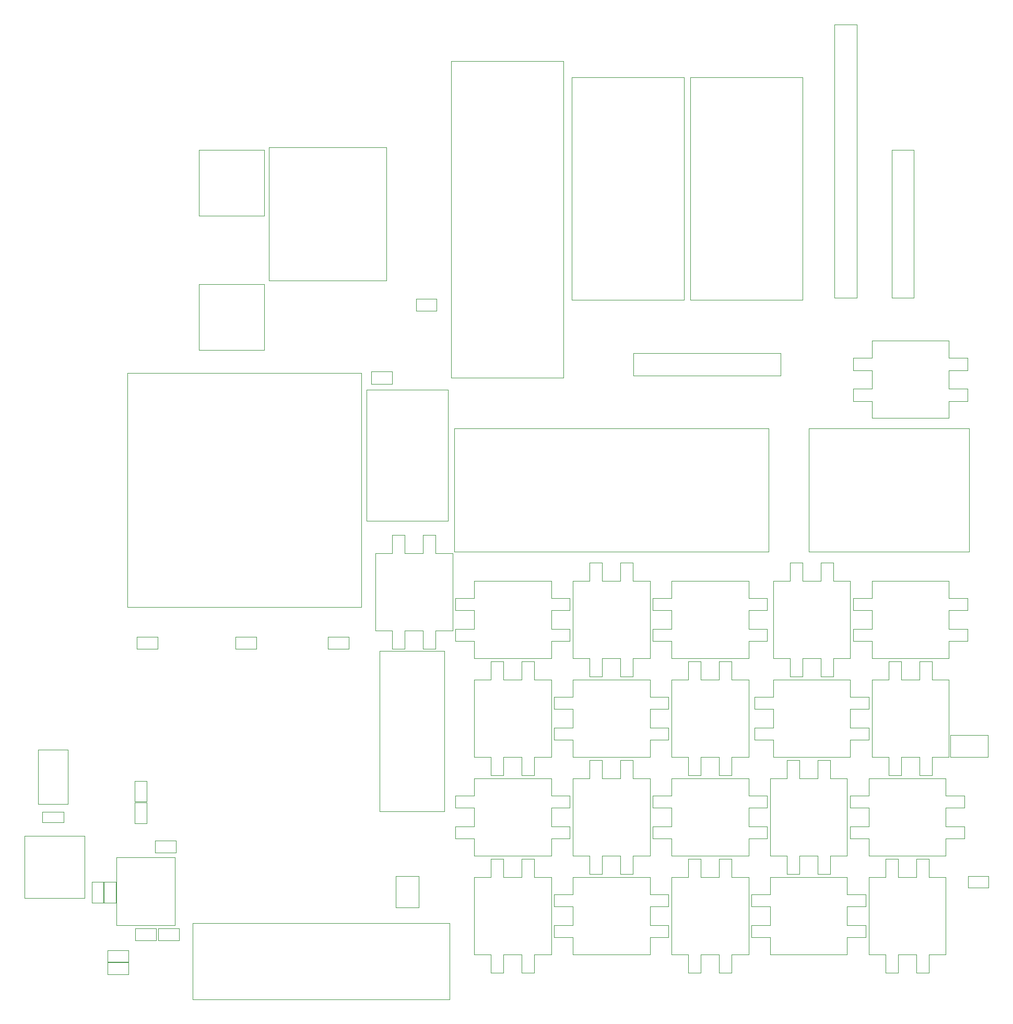
<source format=gbr>
G04 #@! TF.GenerationSoftware,KiCad,Pcbnew,5.1.7-a382d34a8~88~ubuntu20.04.1*
G04 #@! TF.CreationDate,2021-04-25T17:04:25-07:00*
G04 #@! TF.ProjectId,tec-1,7465632d-312e-46b6-9963-61645f706362,Apr2021*
G04 #@! TF.SameCoordinates,Original*
G04 #@! TF.FileFunction,Other,User*
%FSLAX46Y46*%
G04 Gerber Fmt 4.6, Leading zero omitted, Abs format (unit mm)*
G04 Created by KiCad (PCBNEW 5.1.7-a382d34a8~88~ubuntu20.04.1) date 2021-04-25 17:04:25*
%MOMM*%
%LPD*%
G01*
G04 APERTURE LIST*
%ADD10C,0.050000*%
%ADD11C,0.120000*%
G04 APERTURE END LIST*
D10*
G04 #@! TO.C,J7*
X117040000Y-82425000D02*
X140940000Y-82425000D01*
X140940000Y-82425000D02*
X140940000Y-78825000D01*
X140940000Y-78825000D02*
X117040000Y-78825000D01*
X117040000Y-78825000D02*
X117040000Y-82425000D01*
G04 #@! TO.C,RV1*
X82250000Y-163550000D02*
X82250000Y-168650000D01*
X82250000Y-168650000D02*
X78550000Y-168650000D01*
X78550000Y-168650000D02*
X78550000Y-163550000D01*
X78550000Y-163550000D02*
X82250000Y-163550000D01*
G04 #@! TO.C,R48*
X38150000Y-148120000D02*
X38150000Y-151480000D01*
X36250000Y-148120000D02*
X38150000Y-148120000D01*
X36250000Y-151480000D02*
X36250000Y-148120000D01*
X38150000Y-151480000D02*
X36250000Y-151480000D01*
G04 #@! TO.C,D3*
X36250000Y-154980000D02*
X36250000Y-151620000D01*
X38150000Y-154980000D02*
X36250000Y-154980000D01*
X38150000Y-151620000D02*
X38150000Y-154980000D01*
X36250000Y-151620000D02*
X38150000Y-151620000D01*
G04 #@! TO.C,J6*
X174600000Y-140700000D02*
X168450000Y-140700000D01*
X168450000Y-140700000D02*
X168450000Y-144300000D01*
X168450000Y-144300000D02*
X174600000Y-144300000D01*
X174600000Y-144300000D02*
X174600000Y-140700000D01*
G04 #@! TO.C,C22*
X31220000Y-167900000D02*
X31220000Y-164500000D01*
X33180000Y-167900000D02*
X31220000Y-167900000D01*
X33180000Y-164500000D02*
X33180000Y-167900000D01*
X31220000Y-164500000D02*
X33180000Y-164500000D01*
G04 #@! TO.C,X1*
X87040000Y-105980000D02*
X87040000Y-84780000D01*
X73840000Y-105980000D02*
X87040000Y-105980000D01*
X73840000Y-84780000D02*
X73840000Y-105980000D01*
X87040000Y-84780000D02*
X73840000Y-84780000D01*
G04 #@! TO.C,SW24*
X46650000Y-78300000D02*
X57200000Y-78300000D01*
X46650000Y-67600000D02*
X46650000Y-78300000D01*
X57200000Y-67600000D02*
X46650000Y-67600000D01*
X57200000Y-78300000D02*
X57200000Y-67600000D01*
G04 #@! TO.C,C20*
X78000000Y-83780000D02*
X74600000Y-83780000D01*
X78000000Y-81820000D02*
X78000000Y-83780000D01*
X74600000Y-81820000D02*
X78000000Y-81820000D01*
X74600000Y-83780000D02*
X74600000Y-81820000D01*
D11*
G04 #@! TO.C,SW23*
X168250000Y-89325000D02*
X168250000Y-86575000D01*
X155750000Y-89325000D02*
X168250000Y-89325000D01*
X171250000Y-86575000D02*
X168250000Y-86575000D01*
X171250000Y-84575000D02*
X171250000Y-86575000D01*
X168250000Y-84575000D02*
X171250000Y-84575000D01*
X168250000Y-81575000D02*
X168250000Y-84575000D01*
X171250000Y-81575000D02*
X168250000Y-81575000D01*
X171250000Y-79575000D02*
X171250000Y-81575000D01*
X168250000Y-79575000D02*
X171250000Y-79575000D01*
X168250000Y-76825000D02*
X168250000Y-79575000D01*
X155750000Y-76825000D02*
X168250000Y-76825000D01*
X155750000Y-79575000D02*
X155750000Y-76825000D01*
X152750000Y-79575000D02*
X155750000Y-79575000D01*
X152750000Y-81575000D02*
X152750000Y-79575000D01*
X155750000Y-81575000D02*
X152750000Y-81575000D01*
X155750000Y-84575000D02*
X155750000Y-81575000D01*
X152750000Y-84575000D02*
X155750000Y-84575000D01*
X152750000Y-86575000D02*
X152750000Y-84575000D01*
X153000000Y-86575000D02*
X152750000Y-86575000D01*
X155750000Y-86575000D02*
X153000000Y-86575000D01*
X155750000Y-89325000D02*
X155750000Y-86575000D01*
D10*
G04 #@! TO.C,U4*
X77050000Y-45430000D02*
X77050000Y-67070000D01*
X57950000Y-45430000D02*
X57950000Y-67070000D01*
X77050000Y-45430000D02*
X57950000Y-45430000D01*
X57950000Y-67070000D02*
X77050000Y-67070000D01*
G04 #@! TO.C,C8*
X25400000Y-151900000D02*
X20600000Y-151900000D01*
X20600000Y-151900000D02*
X20600000Y-143100000D01*
X20600000Y-143100000D02*
X25400000Y-143100000D01*
X25400000Y-143100000D02*
X25400000Y-151900000D01*
G04 #@! TO.C,U8*
X86450000Y-153050000D02*
X86450000Y-127100000D01*
X86450000Y-127100000D02*
X75900000Y-127100000D01*
X75900000Y-127100000D02*
X75900000Y-153050000D01*
X75900000Y-153050000D02*
X86450000Y-153050000D01*
G04 #@! TO.C,J5*
X158950000Y-69800000D02*
X162550000Y-69800000D01*
X158950000Y-45900000D02*
X158950000Y-69800000D01*
X162550000Y-45900000D02*
X158950000Y-45900000D01*
X162550000Y-69800000D02*
X162550000Y-45900000D01*
G04 #@! TO.C,J4*
X149700000Y-69800000D02*
X153300000Y-69800000D01*
X149700000Y-25550000D02*
X149700000Y-69800000D01*
X153300000Y-25550000D02*
X149700000Y-25550000D01*
X153300000Y-69800000D02*
X153300000Y-25550000D01*
D11*
G04 #@! TO.C,U12*
X145500000Y-111000000D02*
X145500000Y-91000000D01*
X171500000Y-111000000D02*
X145500000Y-111000000D01*
X171500000Y-91000000D02*
X171500000Y-111000000D01*
X145500000Y-91000000D02*
X171500000Y-91000000D01*
G04 #@! TO.C,U13*
X88000000Y-111000000D02*
X88000000Y-91000000D01*
X139000000Y-111000000D02*
X88000000Y-111000000D01*
X139000000Y-91000000D02*
X139000000Y-111000000D01*
X88000000Y-91000000D02*
X139000000Y-91000000D01*
D10*
G04 #@! TO.C,U7*
X42750000Y-171500000D02*
X42750000Y-160500000D01*
X33250000Y-171500000D02*
X33250000Y-160500000D01*
X42750000Y-171500000D02*
X33250000Y-171500000D01*
X42750000Y-160500000D02*
X33250000Y-160500000D01*
G04 #@! TO.C,U6*
X126300000Y-34120000D02*
X126300000Y-70220000D01*
X126300000Y-70220000D02*
X144500000Y-70220000D01*
X144500000Y-70220000D02*
X144500000Y-34120000D01*
X144500000Y-34120000D02*
X126300000Y-34120000D01*
G04 #@! TO.C,U5*
X107050000Y-34120000D02*
X107050000Y-70220000D01*
X107050000Y-70220000D02*
X125250000Y-70220000D01*
X125250000Y-70220000D02*
X125250000Y-34120000D01*
X125250000Y-34120000D02*
X107050000Y-34120000D01*
G04 #@! TO.C,U3*
X87500000Y-31450000D02*
X87500000Y-82800000D01*
X87500000Y-82800000D02*
X105700000Y-82800000D01*
X105700000Y-82800000D02*
X105700000Y-31450000D01*
X105700000Y-31450000D02*
X87500000Y-31450000D01*
D11*
G04 #@! TO.C,SW22*
X167750000Y-163750000D02*
X165000000Y-163750000D01*
X167750000Y-176250000D02*
X167750000Y-163750000D01*
X165000000Y-160750000D02*
X165000000Y-163750000D01*
X163000000Y-160750000D02*
X165000000Y-160750000D01*
X163000000Y-163750000D02*
X163000000Y-160750000D01*
X160000000Y-163750000D02*
X163000000Y-163750000D01*
X160000000Y-160750000D02*
X160000000Y-163750000D01*
X158000000Y-160750000D02*
X160000000Y-160750000D01*
X158000000Y-163750000D02*
X158000000Y-160750000D01*
X155250000Y-163750000D02*
X158000000Y-163750000D01*
X155250000Y-176250000D02*
X155250000Y-163750000D01*
X158000000Y-176250000D02*
X155250000Y-176250000D01*
X158000000Y-179250000D02*
X158000000Y-176250000D01*
X160000000Y-179250000D02*
X158000000Y-179250000D01*
X160000000Y-176250000D02*
X160000000Y-179250000D01*
X163000000Y-176250000D02*
X160000000Y-176250000D01*
X163000000Y-179250000D02*
X163000000Y-176250000D01*
X165000000Y-179250000D02*
X163000000Y-179250000D01*
X165000000Y-179000000D02*
X165000000Y-179250000D01*
X165000000Y-176250000D02*
X165000000Y-179000000D01*
X167750000Y-176250000D02*
X165000000Y-176250000D01*
G04 #@! TO.C,SW21*
X155250000Y-147750000D02*
X155250000Y-150500000D01*
X167750000Y-147750000D02*
X155250000Y-147750000D01*
X152250000Y-150500000D02*
X155250000Y-150500000D01*
X152250000Y-152500000D02*
X152250000Y-150500000D01*
X155250000Y-152500000D02*
X152250000Y-152500000D01*
X155250000Y-155500000D02*
X155250000Y-152500000D01*
X152250000Y-155500000D02*
X155250000Y-155500000D01*
X152250000Y-157500000D02*
X152250000Y-155500000D01*
X155250000Y-157500000D02*
X152250000Y-157500000D01*
X155250000Y-160250000D02*
X155250000Y-157500000D01*
X167750000Y-160250000D02*
X155250000Y-160250000D01*
X167750000Y-157500000D02*
X167750000Y-160250000D01*
X170750000Y-157500000D02*
X167750000Y-157500000D01*
X170750000Y-155500000D02*
X170750000Y-157500000D01*
X167750000Y-155500000D02*
X170750000Y-155500000D01*
X167750000Y-152500000D02*
X167750000Y-155500000D01*
X170750000Y-152500000D02*
X167750000Y-152500000D01*
X170750000Y-150500000D02*
X170750000Y-152500000D01*
X170500000Y-150500000D02*
X170750000Y-150500000D01*
X167750000Y-150500000D02*
X170500000Y-150500000D01*
X167750000Y-147750000D02*
X167750000Y-150500000D01*
G04 #@! TO.C,SW20*
X168250000Y-131750000D02*
X165500000Y-131750000D01*
X168250000Y-144250000D02*
X168250000Y-131750000D01*
X165500000Y-128750000D02*
X165500000Y-131750000D01*
X163500000Y-128750000D02*
X165500000Y-128750000D01*
X163500000Y-131750000D02*
X163500000Y-128750000D01*
X160500000Y-131750000D02*
X163500000Y-131750000D01*
X160500000Y-128750000D02*
X160500000Y-131750000D01*
X158500000Y-128750000D02*
X160500000Y-128750000D01*
X158500000Y-131750000D02*
X158500000Y-128750000D01*
X155750000Y-131750000D02*
X158500000Y-131750000D01*
X155750000Y-144250000D02*
X155750000Y-131750000D01*
X158500000Y-144250000D02*
X155750000Y-144250000D01*
X158500000Y-147250000D02*
X158500000Y-144250000D01*
X160500000Y-147250000D02*
X158500000Y-147250000D01*
X160500000Y-144250000D02*
X160500000Y-147250000D01*
X163500000Y-144250000D02*
X160500000Y-144250000D01*
X163500000Y-147250000D02*
X163500000Y-144250000D01*
X165500000Y-147250000D02*
X163500000Y-147250000D01*
X165500000Y-147000000D02*
X165500000Y-147250000D01*
X165500000Y-144250000D02*
X165500000Y-147000000D01*
X168250000Y-144250000D02*
X165500000Y-144250000D01*
G04 #@! TO.C,SW19*
X155750000Y-115750000D02*
X155750000Y-118500000D01*
X168250000Y-115750000D02*
X155750000Y-115750000D01*
X152750000Y-118500000D02*
X155750000Y-118500000D01*
X152750000Y-120500000D02*
X152750000Y-118500000D01*
X155750000Y-120500000D02*
X152750000Y-120500000D01*
X155750000Y-123500000D02*
X155750000Y-120500000D01*
X152750000Y-123500000D02*
X155750000Y-123500000D01*
X152750000Y-125500000D02*
X152750000Y-123500000D01*
X155750000Y-125500000D02*
X152750000Y-125500000D01*
X155750000Y-128250000D02*
X155750000Y-125500000D01*
X168250000Y-128250000D02*
X155750000Y-128250000D01*
X168250000Y-125500000D02*
X168250000Y-128250000D01*
X171250000Y-125500000D02*
X168250000Y-125500000D01*
X171250000Y-123500000D02*
X171250000Y-125500000D01*
X168250000Y-123500000D02*
X171250000Y-123500000D01*
X168250000Y-120500000D02*
X168250000Y-123500000D01*
X171250000Y-120500000D02*
X168250000Y-120500000D01*
X171250000Y-118500000D02*
X171250000Y-120500000D01*
X171000000Y-118500000D02*
X171250000Y-118500000D01*
X168250000Y-118500000D02*
X171000000Y-118500000D01*
X168250000Y-115750000D02*
X168250000Y-118500000D01*
G04 #@! TO.C,SW18*
X139250000Y-163750000D02*
X139250000Y-166500000D01*
X151750000Y-163750000D02*
X139250000Y-163750000D01*
X136250000Y-166500000D02*
X139250000Y-166500000D01*
X136250000Y-168500000D02*
X136250000Y-166500000D01*
X139250000Y-168500000D02*
X136250000Y-168500000D01*
X139250000Y-171500000D02*
X139250000Y-168500000D01*
X136250000Y-171500000D02*
X139250000Y-171500000D01*
X136250000Y-173500000D02*
X136250000Y-171500000D01*
X139250000Y-173500000D02*
X136250000Y-173500000D01*
X139250000Y-176250000D02*
X139250000Y-173500000D01*
X151750000Y-176250000D02*
X139250000Y-176250000D01*
X151750000Y-173500000D02*
X151750000Y-176250000D01*
X154750000Y-173500000D02*
X151750000Y-173500000D01*
X154750000Y-171500000D02*
X154750000Y-173500000D01*
X151750000Y-171500000D02*
X154750000Y-171500000D01*
X151750000Y-168500000D02*
X151750000Y-171500000D01*
X154750000Y-168500000D02*
X151750000Y-168500000D01*
X154750000Y-166500000D02*
X154750000Y-168500000D01*
X154500000Y-166500000D02*
X154750000Y-166500000D01*
X151750000Y-166500000D02*
X154500000Y-166500000D01*
X151750000Y-163750000D02*
X151750000Y-166500000D01*
G04 #@! TO.C,SW17*
X139250000Y-160250000D02*
X142000000Y-160250000D01*
X139250000Y-147750000D02*
X139250000Y-160250000D01*
X142000000Y-163250000D02*
X142000000Y-160250000D01*
X144000000Y-163250000D02*
X142000000Y-163250000D01*
X144000000Y-160250000D02*
X144000000Y-163250000D01*
X147000000Y-160250000D02*
X144000000Y-160250000D01*
X147000000Y-163250000D02*
X147000000Y-160250000D01*
X149000000Y-163250000D02*
X147000000Y-163250000D01*
X149000000Y-160250000D02*
X149000000Y-163250000D01*
X151750000Y-160250000D02*
X149000000Y-160250000D01*
X151750000Y-147750000D02*
X151750000Y-160250000D01*
X149000000Y-147750000D02*
X151750000Y-147750000D01*
X149000000Y-144750000D02*
X149000000Y-147750000D01*
X147000000Y-144750000D02*
X149000000Y-144750000D01*
X147000000Y-147750000D02*
X147000000Y-144750000D01*
X144000000Y-147750000D02*
X147000000Y-147750000D01*
X144000000Y-144750000D02*
X144000000Y-147750000D01*
X142000000Y-144750000D02*
X144000000Y-144750000D01*
X142000000Y-145000000D02*
X142000000Y-144750000D01*
X142000000Y-147750000D02*
X142000000Y-145000000D01*
X139250000Y-147750000D02*
X142000000Y-147750000D01*
G04 #@! TO.C,SW16*
X139750000Y-131750000D02*
X139750000Y-134500000D01*
X152250000Y-131750000D02*
X139750000Y-131750000D01*
X136750000Y-134500000D02*
X139750000Y-134500000D01*
X136750000Y-136500000D02*
X136750000Y-134500000D01*
X139750000Y-136500000D02*
X136750000Y-136500000D01*
X139750000Y-139500000D02*
X139750000Y-136500000D01*
X136750000Y-139500000D02*
X139750000Y-139500000D01*
X136750000Y-141500000D02*
X136750000Y-139500000D01*
X139750000Y-141500000D02*
X136750000Y-141500000D01*
X139750000Y-144250000D02*
X139750000Y-141500000D01*
X152250000Y-144250000D02*
X139750000Y-144250000D01*
X152250000Y-141500000D02*
X152250000Y-144250000D01*
X155250000Y-141500000D02*
X152250000Y-141500000D01*
X155250000Y-139500000D02*
X155250000Y-141500000D01*
X152250000Y-139500000D02*
X155250000Y-139500000D01*
X152250000Y-136500000D02*
X152250000Y-139500000D01*
X155250000Y-136500000D02*
X152250000Y-136500000D01*
X155250000Y-134500000D02*
X155250000Y-136500000D01*
X155000000Y-134500000D02*
X155250000Y-134500000D01*
X152250000Y-134500000D02*
X155000000Y-134500000D01*
X152250000Y-131750000D02*
X152250000Y-134500000D01*
G04 #@! TO.C,SW15*
X139750000Y-128250000D02*
X142500000Y-128250000D01*
X139750000Y-115750000D02*
X139750000Y-128250000D01*
X142500000Y-131250000D02*
X142500000Y-128250000D01*
X144500000Y-131250000D02*
X142500000Y-131250000D01*
X144500000Y-128250000D02*
X144500000Y-131250000D01*
X147500000Y-128250000D02*
X144500000Y-128250000D01*
X147500000Y-131250000D02*
X147500000Y-128250000D01*
X149500000Y-131250000D02*
X147500000Y-131250000D01*
X149500000Y-128250000D02*
X149500000Y-131250000D01*
X152250000Y-128250000D02*
X149500000Y-128250000D01*
X152250000Y-115750000D02*
X152250000Y-128250000D01*
X149500000Y-115750000D02*
X152250000Y-115750000D01*
X149500000Y-112750000D02*
X149500000Y-115750000D01*
X147500000Y-112750000D02*
X149500000Y-112750000D01*
X147500000Y-115750000D02*
X147500000Y-112750000D01*
X144500000Y-115750000D02*
X147500000Y-115750000D01*
X144500000Y-112750000D02*
X144500000Y-115750000D01*
X142500000Y-112750000D02*
X144500000Y-112750000D01*
X142500000Y-113000000D02*
X142500000Y-112750000D01*
X142500000Y-115750000D02*
X142500000Y-113000000D01*
X139750000Y-115750000D02*
X142500000Y-115750000D01*
G04 #@! TO.C,SW14*
X123250000Y-176250000D02*
X126000000Y-176250000D01*
X123250000Y-163750000D02*
X123250000Y-176250000D01*
X126000000Y-179250000D02*
X126000000Y-176250000D01*
X128000000Y-179250000D02*
X126000000Y-179250000D01*
X128000000Y-176250000D02*
X128000000Y-179250000D01*
X131000000Y-176250000D02*
X128000000Y-176250000D01*
X131000000Y-179250000D02*
X131000000Y-176250000D01*
X133000000Y-179250000D02*
X131000000Y-179250000D01*
X133000000Y-176250000D02*
X133000000Y-179250000D01*
X135750000Y-176250000D02*
X133000000Y-176250000D01*
X135750000Y-163750000D02*
X135750000Y-176250000D01*
X133000000Y-163750000D02*
X135750000Y-163750000D01*
X133000000Y-160750000D02*
X133000000Y-163750000D01*
X131000000Y-160750000D02*
X133000000Y-160750000D01*
X131000000Y-163750000D02*
X131000000Y-160750000D01*
X128000000Y-163750000D02*
X131000000Y-163750000D01*
X128000000Y-160750000D02*
X128000000Y-163750000D01*
X126000000Y-160750000D02*
X128000000Y-160750000D01*
X126000000Y-161000000D02*
X126000000Y-160750000D01*
X126000000Y-163750000D02*
X126000000Y-161000000D01*
X123250000Y-163750000D02*
X126000000Y-163750000D01*
G04 #@! TO.C,SW13*
X123250000Y-147750000D02*
X123250000Y-150500000D01*
X135750000Y-147750000D02*
X123250000Y-147750000D01*
X120250000Y-150500000D02*
X123250000Y-150500000D01*
X120250000Y-152500000D02*
X120250000Y-150500000D01*
X123250000Y-152500000D02*
X120250000Y-152500000D01*
X123250000Y-155500000D02*
X123250000Y-152500000D01*
X120250000Y-155500000D02*
X123250000Y-155500000D01*
X120250000Y-157500000D02*
X120250000Y-155500000D01*
X123250000Y-157500000D02*
X120250000Y-157500000D01*
X123250000Y-160250000D02*
X123250000Y-157500000D01*
X135750000Y-160250000D02*
X123250000Y-160250000D01*
X135750000Y-157500000D02*
X135750000Y-160250000D01*
X138750000Y-157500000D02*
X135750000Y-157500000D01*
X138750000Y-155500000D02*
X138750000Y-157500000D01*
X135750000Y-155500000D02*
X138750000Y-155500000D01*
X135750000Y-152500000D02*
X135750000Y-155500000D01*
X138750000Y-152500000D02*
X135750000Y-152500000D01*
X138750000Y-150500000D02*
X138750000Y-152500000D01*
X138500000Y-150500000D02*
X138750000Y-150500000D01*
X135750000Y-150500000D02*
X138500000Y-150500000D01*
X135750000Y-147750000D02*
X135750000Y-150500000D01*
G04 #@! TO.C,SW12*
X123250000Y-144250000D02*
X126000000Y-144250000D01*
X123250000Y-131750000D02*
X123250000Y-144250000D01*
X126000000Y-147250000D02*
X126000000Y-144250000D01*
X128000000Y-147250000D02*
X126000000Y-147250000D01*
X128000000Y-144250000D02*
X128000000Y-147250000D01*
X131000000Y-144250000D02*
X128000000Y-144250000D01*
X131000000Y-147250000D02*
X131000000Y-144250000D01*
X133000000Y-147250000D02*
X131000000Y-147250000D01*
X133000000Y-144250000D02*
X133000000Y-147250000D01*
X135750000Y-144250000D02*
X133000000Y-144250000D01*
X135750000Y-131750000D02*
X135750000Y-144250000D01*
X133000000Y-131750000D02*
X135750000Y-131750000D01*
X133000000Y-128750000D02*
X133000000Y-131750000D01*
X131000000Y-128750000D02*
X133000000Y-128750000D01*
X131000000Y-131750000D02*
X131000000Y-128750000D01*
X128000000Y-131750000D02*
X131000000Y-131750000D01*
X128000000Y-128750000D02*
X128000000Y-131750000D01*
X126000000Y-128750000D02*
X128000000Y-128750000D01*
X126000000Y-129000000D02*
X126000000Y-128750000D01*
X126000000Y-131750000D02*
X126000000Y-129000000D01*
X123250000Y-131750000D02*
X126000000Y-131750000D01*
G04 #@! TO.C,SW11*
X123250000Y-115750000D02*
X123250000Y-118500000D01*
X135750000Y-115750000D02*
X123250000Y-115750000D01*
X120250000Y-118500000D02*
X123250000Y-118500000D01*
X120250000Y-120500000D02*
X120250000Y-118500000D01*
X123250000Y-120500000D02*
X120250000Y-120500000D01*
X123250000Y-123500000D02*
X123250000Y-120500000D01*
X120250000Y-123500000D02*
X123250000Y-123500000D01*
X120250000Y-125500000D02*
X120250000Y-123500000D01*
X123250000Y-125500000D02*
X120250000Y-125500000D01*
X123250000Y-128250000D02*
X123250000Y-125500000D01*
X135750000Y-128250000D02*
X123250000Y-128250000D01*
X135750000Y-125500000D02*
X135750000Y-128250000D01*
X138750000Y-125500000D02*
X135750000Y-125500000D01*
X138750000Y-123500000D02*
X138750000Y-125500000D01*
X135750000Y-123500000D02*
X138750000Y-123500000D01*
X135750000Y-120500000D02*
X135750000Y-123500000D01*
X138750000Y-120500000D02*
X135750000Y-120500000D01*
X138750000Y-118500000D02*
X138750000Y-120500000D01*
X138500000Y-118500000D02*
X138750000Y-118500000D01*
X135750000Y-118500000D02*
X138500000Y-118500000D01*
X135750000Y-115750000D02*
X135750000Y-118500000D01*
G04 #@! TO.C,SW10*
X107250000Y-163750000D02*
X107250000Y-166500000D01*
X119750000Y-163750000D02*
X107250000Y-163750000D01*
X104250000Y-166500000D02*
X107250000Y-166500000D01*
X104250000Y-168500000D02*
X104250000Y-166500000D01*
X107250000Y-168500000D02*
X104250000Y-168500000D01*
X107250000Y-171500000D02*
X107250000Y-168500000D01*
X104250000Y-171500000D02*
X107250000Y-171500000D01*
X104250000Y-173500000D02*
X104250000Y-171500000D01*
X107250000Y-173500000D02*
X104250000Y-173500000D01*
X107250000Y-176250000D02*
X107250000Y-173500000D01*
X119750000Y-176250000D02*
X107250000Y-176250000D01*
X119750000Y-173500000D02*
X119750000Y-176250000D01*
X122750000Y-173500000D02*
X119750000Y-173500000D01*
X122750000Y-171500000D02*
X122750000Y-173500000D01*
X119750000Y-171500000D02*
X122750000Y-171500000D01*
X119750000Y-168500000D02*
X119750000Y-171500000D01*
X122750000Y-168500000D02*
X119750000Y-168500000D01*
X122750000Y-166500000D02*
X122750000Y-168500000D01*
X122500000Y-166500000D02*
X122750000Y-166500000D01*
X119750000Y-166500000D02*
X122500000Y-166500000D01*
X119750000Y-163750000D02*
X119750000Y-166500000D01*
G04 #@! TO.C,SW9*
X107250000Y-160250000D02*
X110000000Y-160250000D01*
X107250000Y-147750000D02*
X107250000Y-160250000D01*
X110000000Y-163250000D02*
X110000000Y-160250000D01*
X112000000Y-163250000D02*
X110000000Y-163250000D01*
X112000000Y-160250000D02*
X112000000Y-163250000D01*
X115000000Y-160250000D02*
X112000000Y-160250000D01*
X115000000Y-163250000D02*
X115000000Y-160250000D01*
X117000000Y-163250000D02*
X115000000Y-163250000D01*
X117000000Y-160250000D02*
X117000000Y-163250000D01*
X119750000Y-160250000D02*
X117000000Y-160250000D01*
X119750000Y-147750000D02*
X119750000Y-160250000D01*
X117000000Y-147750000D02*
X119750000Y-147750000D01*
X117000000Y-144750000D02*
X117000000Y-147750000D01*
X115000000Y-144750000D02*
X117000000Y-144750000D01*
X115000000Y-147750000D02*
X115000000Y-144750000D01*
X112000000Y-147750000D02*
X115000000Y-147750000D01*
X112000000Y-144750000D02*
X112000000Y-147750000D01*
X110000000Y-144750000D02*
X112000000Y-144750000D01*
X110000000Y-145000000D02*
X110000000Y-144750000D01*
X110000000Y-147750000D02*
X110000000Y-145000000D01*
X107250000Y-147750000D02*
X110000000Y-147750000D01*
G04 #@! TO.C,SW8*
X107250000Y-131750000D02*
X107250000Y-134500000D01*
X119750000Y-131750000D02*
X107250000Y-131750000D01*
X104250000Y-134500000D02*
X107250000Y-134500000D01*
X104250000Y-136500000D02*
X104250000Y-134500000D01*
X107250000Y-136500000D02*
X104250000Y-136500000D01*
X107250000Y-139500000D02*
X107250000Y-136500000D01*
X104250000Y-139500000D02*
X107250000Y-139500000D01*
X104250000Y-141500000D02*
X104250000Y-139500000D01*
X107250000Y-141500000D02*
X104250000Y-141500000D01*
X107250000Y-144250000D02*
X107250000Y-141500000D01*
X119750000Y-144250000D02*
X107250000Y-144250000D01*
X119750000Y-141500000D02*
X119750000Y-144250000D01*
X122750000Y-141500000D02*
X119750000Y-141500000D01*
X122750000Y-139500000D02*
X122750000Y-141500000D01*
X119750000Y-139500000D02*
X122750000Y-139500000D01*
X119750000Y-136500000D02*
X119750000Y-139500000D01*
X122750000Y-136500000D02*
X119750000Y-136500000D01*
X122750000Y-134500000D02*
X122750000Y-136500000D01*
X122500000Y-134500000D02*
X122750000Y-134500000D01*
X119750000Y-134500000D02*
X122500000Y-134500000D01*
X119750000Y-131750000D02*
X119750000Y-134500000D01*
G04 #@! TO.C,SW7*
X107250000Y-128250000D02*
X110000000Y-128250000D01*
X107250000Y-115750000D02*
X107250000Y-128250000D01*
X110000000Y-131250000D02*
X110000000Y-128250000D01*
X112000000Y-131250000D02*
X110000000Y-131250000D01*
X112000000Y-128250000D02*
X112000000Y-131250000D01*
X115000000Y-128250000D02*
X112000000Y-128250000D01*
X115000000Y-131250000D02*
X115000000Y-128250000D01*
X117000000Y-131250000D02*
X115000000Y-131250000D01*
X117000000Y-128250000D02*
X117000000Y-131250000D01*
X119750000Y-128250000D02*
X117000000Y-128250000D01*
X119750000Y-115750000D02*
X119750000Y-128250000D01*
X117000000Y-115750000D02*
X119750000Y-115750000D01*
X117000000Y-112750000D02*
X117000000Y-115750000D01*
X115000000Y-112750000D02*
X117000000Y-112750000D01*
X115000000Y-115750000D02*
X115000000Y-112750000D01*
X112000000Y-115750000D02*
X115000000Y-115750000D01*
X112000000Y-112750000D02*
X112000000Y-115750000D01*
X110000000Y-112750000D02*
X112000000Y-112750000D01*
X110000000Y-113000000D02*
X110000000Y-112750000D01*
X110000000Y-115750000D02*
X110000000Y-113000000D01*
X107250000Y-115750000D02*
X110000000Y-115750000D01*
G04 #@! TO.C,SW6*
X91250000Y-176250000D02*
X94000000Y-176250000D01*
X91250000Y-163750000D02*
X91250000Y-176250000D01*
X94000000Y-179250000D02*
X94000000Y-176250000D01*
X96000000Y-179250000D02*
X94000000Y-179250000D01*
X96000000Y-176250000D02*
X96000000Y-179250000D01*
X99000000Y-176250000D02*
X96000000Y-176250000D01*
X99000000Y-179250000D02*
X99000000Y-176250000D01*
X101000000Y-179250000D02*
X99000000Y-179250000D01*
X101000000Y-176250000D02*
X101000000Y-179250000D01*
X103750000Y-176250000D02*
X101000000Y-176250000D01*
X103750000Y-163750000D02*
X103750000Y-176250000D01*
X101000000Y-163750000D02*
X103750000Y-163750000D01*
X101000000Y-160750000D02*
X101000000Y-163750000D01*
X99000000Y-160750000D02*
X101000000Y-160750000D01*
X99000000Y-163750000D02*
X99000000Y-160750000D01*
X96000000Y-163750000D02*
X99000000Y-163750000D01*
X96000000Y-160750000D02*
X96000000Y-163750000D01*
X94000000Y-160750000D02*
X96000000Y-160750000D01*
X94000000Y-161000000D02*
X94000000Y-160750000D01*
X94000000Y-163750000D02*
X94000000Y-161000000D01*
X91250000Y-163750000D02*
X94000000Y-163750000D01*
G04 #@! TO.C,SW5*
X91250000Y-147750000D02*
X91250000Y-150500000D01*
X103750000Y-147750000D02*
X91250000Y-147750000D01*
X88250000Y-150500000D02*
X91250000Y-150500000D01*
X88250000Y-152500000D02*
X88250000Y-150500000D01*
X91250000Y-152500000D02*
X88250000Y-152500000D01*
X91250000Y-155500000D02*
X91250000Y-152500000D01*
X88250000Y-155500000D02*
X91250000Y-155500000D01*
X88250000Y-157500000D02*
X88250000Y-155500000D01*
X91250000Y-157500000D02*
X88250000Y-157500000D01*
X91250000Y-160250000D02*
X91250000Y-157500000D01*
X103750000Y-160250000D02*
X91250000Y-160250000D01*
X103750000Y-157500000D02*
X103750000Y-160250000D01*
X106750000Y-157500000D02*
X103750000Y-157500000D01*
X106750000Y-155500000D02*
X106750000Y-157500000D01*
X103750000Y-155500000D02*
X106750000Y-155500000D01*
X103750000Y-152500000D02*
X103750000Y-155500000D01*
X106750000Y-152500000D02*
X103750000Y-152500000D01*
X106750000Y-150500000D02*
X106750000Y-152500000D01*
X106500000Y-150500000D02*
X106750000Y-150500000D01*
X103750000Y-150500000D02*
X106500000Y-150500000D01*
X103750000Y-147750000D02*
X103750000Y-150500000D01*
G04 #@! TO.C,SW4*
X91250000Y-144250000D02*
X94000000Y-144250000D01*
X91250000Y-131750000D02*
X91250000Y-144250000D01*
X94000000Y-147250000D02*
X94000000Y-144250000D01*
X96000000Y-147250000D02*
X94000000Y-147250000D01*
X96000000Y-144250000D02*
X96000000Y-147250000D01*
X99000000Y-144250000D02*
X96000000Y-144250000D01*
X99000000Y-147250000D02*
X99000000Y-144250000D01*
X101000000Y-147250000D02*
X99000000Y-147250000D01*
X101000000Y-144250000D02*
X101000000Y-147250000D01*
X103750000Y-144250000D02*
X101000000Y-144250000D01*
X103750000Y-131750000D02*
X103750000Y-144250000D01*
X101000000Y-131750000D02*
X103750000Y-131750000D01*
X101000000Y-128750000D02*
X101000000Y-131750000D01*
X99000000Y-128750000D02*
X101000000Y-128750000D01*
X99000000Y-131750000D02*
X99000000Y-128750000D01*
X96000000Y-131750000D02*
X99000000Y-131750000D01*
X96000000Y-128750000D02*
X96000000Y-131750000D01*
X94000000Y-128750000D02*
X96000000Y-128750000D01*
X94000000Y-129000000D02*
X94000000Y-128750000D01*
X94000000Y-131750000D02*
X94000000Y-129000000D01*
X91250000Y-131750000D02*
X94000000Y-131750000D01*
G04 #@! TO.C,SW3*
X91250000Y-115750000D02*
X91250000Y-118500000D01*
X103750000Y-115750000D02*
X91250000Y-115750000D01*
X88250000Y-118500000D02*
X91250000Y-118500000D01*
X88250000Y-120500000D02*
X88250000Y-118500000D01*
X91250000Y-120500000D02*
X88250000Y-120500000D01*
X91250000Y-123500000D02*
X91250000Y-120500000D01*
X88250000Y-123500000D02*
X91250000Y-123500000D01*
X88250000Y-125500000D02*
X88250000Y-123500000D01*
X91250000Y-125500000D02*
X88250000Y-125500000D01*
X91250000Y-128250000D02*
X91250000Y-125500000D01*
X103750000Y-128250000D02*
X91250000Y-128250000D01*
X103750000Y-125500000D02*
X103750000Y-128250000D01*
X106750000Y-125500000D02*
X103750000Y-125500000D01*
X106750000Y-123500000D02*
X106750000Y-125500000D01*
X103750000Y-123500000D02*
X106750000Y-123500000D01*
X103750000Y-120500000D02*
X103750000Y-123500000D01*
X106750000Y-120500000D02*
X103750000Y-120500000D01*
X106750000Y-118500000D02*
X106750000Y-120500000D01*
X106500000Y-118500000D02*
X106750000Y-118500000D01*
X103750000Y-118500000D02*
X106500000Y-118500000D01*
X103750000Y-115750000D02*
X103750000Y-118500000D01*
G04 #@! TO.C,SW2*
X75250000Y-123750000D02*
X78000000Y-123750000D01*
X75250000Y-111250000D02*
X75250000Y-123750000D01*
X78000000Y-126750000D02*
X78000000Y-123750000D01*
X80000000Y-126750000D02*
X78000000Y-126750000D01*
X80000000Y-123750000D02*
X80000000Y-126750000D01*
X83000000Y-123750000D02*
X80000000Y-123750000D01*
X83000000Y-126750000D02*
X83000000Y-123750000D01*
X85000000Y-126750000D02*
X83000000Y-126750000D01*
X85000000Y-123750000D02*
X85000000Y-126750000D01*
X87750000Y-123750000D02*
X85000000Y-123750000D01*
X87750000Y-111250000D02*
X87750000Y-123750000D01*
X85000000Y-111250000D02*
X87750000Y-111250000D01*
X85000000Y-108250000D02*
X85000000Y-111250000D01*
X83000000Y-108250000D02*
X85000000Y-108250000D01*
X83000000Y-111250000D02*
X83000000Y-108250000D01*
X80000000Y-111250000D02*
X83000000Y-111250000D01*
X80000000Y-108250000D02*
X80000000Y-111250000D01*
X78000000Y-108250000D02*
X80000000Y-108250000D01*
X78000000Y-108500000D02*
X78000000Y-108250000D01*
X78000000Y-111250000D02*
X78000000Y-108500000D01*
X75250000Y-111250000D02*
X78000000Y-111250000D01*
D10*
G04 #@! TO.C,SW1*
X57200000Y-56550000D02*
X57200000Y-45850000D01*
X57200000Y-45850000D02*
X46650000Y-45850000D01*
X46650000Y-45850000D02*
X46650000Y-56550000D01*
X46650000Y-56550000D02*
X57200000Y-56550000D01*
G04 #@! TO.C,R14*
X31150000Y-167880000D02*
X29250000Y-167880000D01*
X29250000Y-167880000D02*
X29250000Y-164520000D01*
X29250000Y-164520000D02*
X31150000Y-164520000D01*
X31150000Y-164520000D02*
X31150000Y-167880000D01*
G04 #@! TO.C,R13*
X31820000Y-177450000D02*
X31820000Y-175550000D01*
X31820000Y-175550000D02*
X35180000Y-175550000D01*
X35180000Y-175550000D02*
X35180000Y-177450000D01*
X35180000Y-177450000D02*
X31820000Y-177450000D01*
G04 #@! TO.C,R1*
X85180000Y-70050000D02*
X85180000Y-71950000D01*
X85180000Y-71950000D02*
X81820000Y-71950000D01*
X81820000Y-71950000D02*
X81820000Y-70050000D01*
X81820000Y-70050000D02*
X85180000Y-70050000D01*
G04 #@! TO.C,J3*
X87300000Y-183550000D02*
X87300000Y-171200000D01*
X45600000Y-183550000D02*
X87300000Y-183550000D01*
X45600000Y-171200000D02*
X45600000Y-183550000D01*
X87300000Y-171200000D02*
X45600000Y-171200000D01*
D11*
G04 #@! TO.C,J1*
X28100000Y-157030000D02*
X28100000Y-167100000D01*
X28100000Y-167100000D02*
X18350000Y-167100000D01*
X28100000Y-157030000D02*
X18350000Y-157030000D01*
X18350000Y-157030000D02*
X18350000Y-167100000D01*
D10*
G04 #@! TO.C,FB1*
X24750000Y-153150000D02*
X24750000Y-154850000D01*
X24750000Y-154850000D02*
X21250000Y-154850000D01*
X21250000Y-154850000D02*
X21250000Y-153150000D01*
X21250000Y-153150000D02*
X24750000Y-153150000D01*
D11*
G04 #@! TO.C,D2*
X35000000Y-82000000D02*
X73000000Y-82000000D01*
X73000000Y-82000000D02*
X73000000Y-120000000D01*
X73000000Y-120000000D02*
X35000000Y-120000000D01*
X35000000Y-120000000D02*
X35000000Y-82000000D01*
D10*
G04 #@! TO.C,D1*
X174680000Y-163550000D02*
X174680000Y-165450000D01*
X174680000Y-165450000D02*
X171320000Y-165450000D01*
X171320000Y-165450000D02*
X171320000Y-163550000D01*
X171320000Y-163550000D02*
X174680000Y-163550000D01*
G04 #@! TO.C,C19*
X39950000Y-124770000D02*
X39950000Y-126730000D01*
X39950000Y-126730000D02*
X36550000Y-126730000D01*
X36550000Y-126730000D02*
X36550000Y-124770000D01*
X36550000Y-124770000D02*
X39950000Y-124770000D01*
G04 #@! TO.C,C18*
X70950000Y-124770000D02*
X70950000Y-126730000D01*
X70950000Y-126730000D02*
X67550000Y-126730000D01*
X67550000Y-126730000D02*
X67550000Y-124770000D01*
X67550000Y-124770000D02*
X70950000Y-124770000D01*
G04 #@! TO.C,C17*
X55950000Y-124770000D02*
X55950000Y-126730000D01*
X55950000Y-126730000D02*
X52550000Y-126730000D01*
X52550000Y-126730000D02*
X52550000Y-124770000D01*
X52550000Y-124770000D02*
X55950000Y-124770000D01*
G04 #@! TO.C,C10*
X40050000Y-173980000D02*
X40050000Y-172020000D01*
X40050000Y-172020000D02*
X43450000Y-172020000D01*
X43450000Y-172020000D02*
X43450000Y-173980000D01*
X43450000Y-173980000D02*
X40050000Y-173980000D01*
G04 #@! TO.C,C9*
X39700000Y-172020000D02*
X39700000Y-173980000D01*
X39700000Y-173980000D02*
X36300000Y-173980000D01*
X36300000Y-173980000D02*
X36300000Y-172020000D01*
X36300000Y-172020000D02*
X39700000Y-172020000D01*
G04 #@! TO.C,C7*
X35200000Y-177520000D02*
X35200000Y-179480000D01*
X35200000Y-179480000D02*
X31800000Y-179480000D01*
X31800000Y-179480000D02*
X31800000Y-177520000D01*
X31800000Y-177520000D02*
X35200000Y-177520000D01*
G04 #@! TO.C,C1*
X39550000Y-159730000D02*
X39550000Y-157770000D01*
X39550000Y-157770000D02*
X42950000Y-157770000D01*
X42950000Y-157770000D02*
X42950000Y-159730000D01*
X42950000Y-159730000D02*
X39550000Y-159730000D01*
G04 #@! TD*
M02*

</source>
